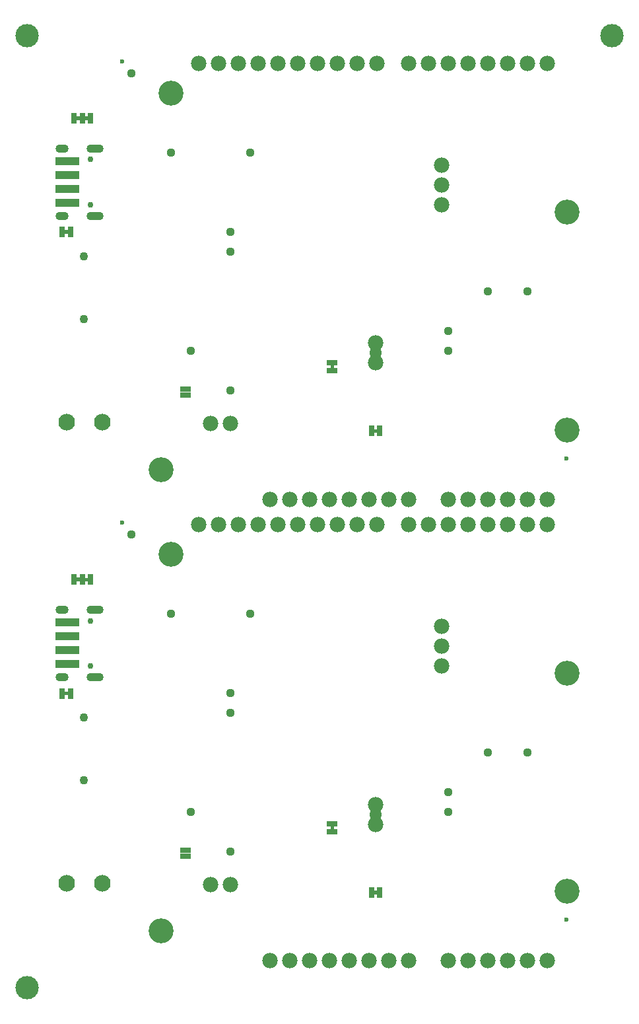
<source format=gbs>
%TF.GenerationSoftware,KiCad,Pcbnew,8.0.6*%
%TF.CreationDate,2024-12-20T13:40:35-07:00*%
%TF.ProjectId,SparkFun_IoT_RedBoard-RP2350_panelized,53706172-6b46-4756-9e5f-496f545f5265,v01*%
%TF.SameCoordinates,Original*%
%TF.FileFunction,Soldermask,Bot*%
%TF.FilePolarity,Negative*%
%FSLAX46Y46*%
G04 Gerber Fmt 4.6, Leading zero omitted, Abs format (unit mm)*
G04 Created by KiCad (PCBNEW 8.0.6) date 2024-12-20 13:40:35*
%MOMM*%
%LPD*%
G01*
G04 APERTURE LIST*
G04 Aperture macros list*
%AMRoundRect*
0 Rectangle with rounded corners*
0 $1 Rounding radius*
0 $2 $3 $4 $5 $6 $7 $8 $9 X,Y pos of 4 corners*
0 Add a 4 corners polygon primitive as box body*
4,1,4,$2,$3,$4,$5,$6,$7,$8,$9,$2,$3,0*
0 Add four circle primitives for the rounded corners*
1,1,$1+$1,$2,$3*
1,1,$1+$1,$4,$5*
1,1,$1+$1,$6,$7*
1,1,$1+$1,$8,$9*
0 Add four rect primitives between the rounded corners*
20,1,$1+$1,$2,$3,$4,$5,0*
20,1,$1+$1,$4,$5,$6,$7,0*
20,1,$1+$1,$6,$7,$8,$9,0*
20,1,$1+$1,$8,$9,$2,$3,0*%
G04 Aperture macros list end*
%ADD10C,0.000000*%
%ADD11C,3.000000*%
%ADD12RoundRect,0.558000X0.000010X-0.000010X0.000010X0.000010X-0.000010X0.000010X-0.000010X-0.000010X0*%
%ADD13RoundRect,0.558000X0.000010X0.000010X-0.000010X0.000010X-0.000010X-0.000010X0.000010X-0.000010X0*%
%ADD14RoundRect,0.050000X0.330200X0.635000X-0.330200X0.635000X-0.330200X-0.635000X0.330200X-0.635000X0*%
%ADD15RoundRect,0.050000X0.635000X-0.317500X0.635000X0.317500X-0.635000X0.317500X-0.635000X-0.317500X0*%
%ADD16C,1.979600*%
%ADD17RoundRect,0.050000X-0.635000X0.317500X-0.635000X-0.317500X0.635000X-0.317500X0.635000X0.317500X0*%
%ADD18RoundRect,0.050000X-0.330200X-0.635000X0.330200X-0.635000X0.330200X0.635000X-0.330200X0.635000X0*%
%ADD19RoundRect,0.050000X0.635000X-0.330200X0.635000X0.330200X-0.635000X0.330200X-0.635000X-0.330200X0*%
%ADD20RoundRect,0.050000X1.500000X0.450000X-1.500000X0.450000X-1.500000X-0.450000X1.500000X-0.450000X0*%
%ADD21C,0.600000*%
%ADD22C,3.200000*%
%ADD23C,0.750000*%
%ADD24O,1.700000X1.100000*%
%ADD25O,2.200000X1.100000*%
%ADD26C,2.132000*%
%ADD27C,1.100000*%
G04 APERTURE END LIST*
D10*
%TO.C,JP6*%
G36*
X41754000Y68879500D02*
G01*
X41246000Y68879500D01*
X41246000Y69360500D01*
X41754000Y69360500D01*
X41754000Y68879500D01*
G37*
%TO.C,JP4*%
G36*
X42223900Y78866000D02*
G01*
X40776100Y78866000D01*
X40776100Y79374000D01*
X42223900Y79374000D01*
X42223900Y78866000D01*
G37*
%TO.C,JP3*%
G36*
X3603300Y108979500D02*
G01*
X3095300Y108979500D01*
X3095300Y109460500D01*
X3603300Y109460500D01*
X3603300Y108979500D01*
G37*
G36*
X4636000Y108956500D02*
G01*
X4128000Y108956500D01*
X4128000Y109437500D01*
X4636000Y109437500D01*
X4636000Y108956500D01*
G37*
%TO.C,JP5*%
G36*
X36190500Y77116000D02*
G01*
X35709500Y77116000D01*
X35709500Y77624000D01*
X36190500Y77624000D01*
X36190500Y77116000D01*
G37*
%TO.C,JP1*%
G36*
X2104000Y94379500D02*
G01*
X1596000Y94379500D01*
X1596000Y94860500D01*
X2104000Y94860500D01*
X2104000Y94379500D01*
G37*
G36*
X2104000Y35259500D02*
G01*
X1596000Y35259500D01*
X1596000Y35740500D01*
X2104000Y35740500D01*
X2104000Y35259500D01*
G37*
%TO.C,JP5*%
G36*
X36190500Y17996000D02*
G01*
X35709500Y17996000D01*
X35709500Y18504000D01*
X36190500Y18504000D01*
X36190500Y17996000D01*
G37*
%TO.C,JP3*%
G36*
X3603300Y49859500D02*
G01*
X3095300Y49859500D01*
X3095300Y50340500D01*
X3603300Y50340500D01*
X3603300Y49859500D01*
G37*
G36*
X4636000Y49836500D02*
G01*
X4128000Y49836500D01*
X4128000Y50317500D01*
X4636000Y50317500D01*
X4636000Y49836500D01*
G37*
%TO.C,JP4*%
G36*
X42223900Y19746000D02*
G01*
X40776100Y19746000D01*
X40776100Y20254000D01*
X42223900Y20254000D01*
X42223900Y19746000D01*
G37*
%TO.C,JP6*%
G36*
X41754000Y9759500D02*
G01*
X41246000Y9759500D01*
X41246000Y10240500D01*
X41754000Y10240500D01*
X41754000Y9759500D01*
G37*
%TD*%
D11*
%TO.C,*%
X71820000Y119767500D03*
%TD*%
%TO.C,*%
X-3220000Y119767500D03*
%TD*%
%TO.C,*%
X-3220000Y-2247500D03*
%TD*%
D12*
%TO.C,TP7*%
X22860000Y94680000D03*
%TD*%
D13*
%TO.C,TP8*%
X22860000Y74360000D03*
%TD*%
D14*
%TO.C,JP6*%
X42020700Y69120000D03*
X40979300Y69120000D03*
%TD*%
D15*
%TO.C,JP2*%
X17100000Y73713600D03*
X17100000Y74526400D03*
%TD*%
D16*
%TO.C,JP4*%
X41500000Y80390000D03*
D17*
X41500000Y79628000D03*
X41500000Y78612000D03*
D16*
X41500000Y77850000D03*
%TD*%
D13*
%TO.C,TP2*%
X50800000Y79440000D03*
%TD*%
D18*
%TO.C,JP3*%
X2828600Y109220000D03*
X3870000Y109220000D03*
D14*
X4911400Y109220000D03*
%TD*%
D19*
%TO.C,JP5*%
X35950000Y76849300D03*
X35950000Y77890700D03*
%TD*%
D20*
%TO.C,J5*%
X2000000Y103697000D03*
X2000000Y101919000D03*
X2000000Y100141000D03*
X2000000Y98363000D03*
%TD*%
D12*
%TO.C,TP9*%
X25400000Y104840000D03*
%TD*%
D13*
%TO.C,TP4*%
X60960000Y87060000D03*
%TD*%
D12*
%TO.C,TP6*%
X22860000Y92140000D03*
%TD*%
D13*
%TO.C,TP5*%
X55880000Y87060000D03*
%TD*%
%TO.C,TP1*%
X17780000Y79440000D03*
%TD*%
D12*
%TO.C,TP11*%
X15240000Y104840000D03*
%TD*%
D18*
%TO.C,JP1*%
X1329300Y94620000D03*
X2370700Y94620000D03*
%TD*%
D13*
%TO.C,TP3*%
X50800000Y81980000D03*
%TD*%
D21*
%TO.C,FID2*%
X66000000Y65620000D03*
%TD*%
D13*
%TO.C,TP10*%
X10160000Y115000000D03*
%TD*%
D21*
%TO.C,FID3*%
X9000000Y116520000D03*
%TD*%
D22*
%TO.C,ST2*%
X13980000Y64190000D03*
%TD*%
D23*
%TO.C,J4*%
X4961250Y103920000D03*
X4961250Y98140000D03*
D24*
X1311250Y105348000D03*
D25*
X5491250Y105348000D03*
X5491250Y96712000D03*
D24*
X1311250Y96712000D03*
%TD*%
D16*
%TO.C,J6*%
X20330000Y70120000D03*
X22870000Y70120000D03*
%TD*%
D26*
%TO.C,J3*%
X1905000Y70296000D03*
X6477000Y70296000D03*
%TD*%
D22*
%TO.C,ST1*%
X15250000Y112460000D03*
%TD*%
%TO.C,ST3*%
X66050000Y97210000D03*
%TD*%
D27*
%TO.C,J14*%
X4100000Y91502000D03*
X4100000Y83502000D03*
%TD*%
D22*
%TO.C,ST4*%
X66050000Y69270000D03*
%TD*%
D16*
%TO.C,J10*%
X50000000Y98120000D03*
X50000000Y100660000D03*
X50000000Y103200000D03*
%TD*%
%TO.C,H1*%
X35570000Y60380000D03*
X38110000Y60380000D03*
X63510000Y60380000D03*
X60970000Y60380000D03*
X58430000Y60380000D03*
X55890000Y60380000D03*
X53350000Y60380000D03*
X50810000Y60380000D03*
X23886000Y116260000D03*
X63510000Y116260000D03*
X60970000Y116260000D03*
X58430000Y116260000D03*
X55890000Y116260000D03*
X53350000Y116260000D03*
X50810000Y116260000D03*
X48270000Y116260000D03*
X45730000Y116260000D03*
X41666000Y116260000D03*
X39126000Y116260000D03*
X36586000Y116260000D03*
X34046000Y116260000D03*
X31506000Y116260000D03*
X28966000Y116260000D03*
X21346000Y116260000D03*
X18806000Y116260000D03*
X26426000Y116260000D03*
X40650000Y60380000D03*
X43190000Y60380000D03*
X30490000Y60380000D03*
X27950000Y60380000D03*
X45730000Y60380000D03*
X33030000Y60380000D03*
%TD*%
%TO.C,H1*%
X35570000Y1260000D03*
X38110000Y1260000D03*
X63510000Y1260000D03*
X60970000Y1260000D03*
X58430000Y1260000D03*
X55890000Y1260000D03*
X53350000Y1260000D03*
X50810000Y1260000D03*
X23886000Y57140000D03*
X63510000Y57140000D03*
X60970000Y57140000D03*
X58430000Y57140000D03*
X55890000Y57140000D03*
X53350000Y57140000D03*
X50810000Y57140000D03*
X48270000Y57140000D03*
X45730000Y57140000D03*
X41666000Y57140000D03*
X39126000Y57140000D03*
X36586000Y57140000D03*
X34046000Y57140000D03*
X31506000Y57140000D03*
X28966000Y57140000D03*
X21346000Y57140000D03*
X18806000Y57140000D03*
X26426000Y57140000D03*
X40650000Y1260000D03*
X43190000Y1260000D03*
X30490000Y1260000D03*
X27950000Y1260000D03*
X45730000Y1260000D03*
X33030000Y1260000D03*
%TD*%
%TO.C,J10*%
X50000000Y39000000D03*
X50000000Y41540000D03*
X50000000Y44080000D03*
%TD*%
D22*
%TO.C,ST4*%
X66050000Y10150000D03*
%TD*%
D27*
%TO.C,J14*%
X4100000Y32382000D03*
X4100000Y24382000D03*
%TD*%
D22*
%TO.C,ST3*%
X66050000Y38090000D03*
%TD*%
%TO.C,ST1*%
X15250000Y53340000D03*
%TD*%
D26*
%TO.C,J3*%
X1905000Y11176000D03*
X6477000Y11176000D03*
%TD*%
D16*
%TO.C,J6*%
X20330000Y11000000D03*
X22870000Y11000000D03*
%TD*%
D23*
%TO.C,J4*%
X4961250Y44800000D03*
X4961250Y39020000D03*
D24*
X1311250Y46228000D03*
D25*
X5491250Y46228000D03*
X5491250Y37592000D03*
D24*
X1311250Y37592000D03*
%TD*%
D22*
%TO.C,ST2*%
X13980000Y5070000D03*
%TD*%
D21*
%TO.C,FID3*%
X9000000Y57400000D03*
%TD*%
D13*
%TO.C,TP10*%
X10160000Y55880000D03*
%TD*%
D21*
%TO.C,FID2*%
X66000000Y6500000D03*
%TD*%
D13*
%TO.C,TP3*%
X50800000Y22860000D03*
%TD*%
D18*
%TO.C,JP1*%
X1329300Y35500000D03*
X2370700Y35500000D03*
%TD*%
D12*
%TO.C,TP11*%
X15240000Y45720000D03*
%TD*%
D13*
%TO.C,TP1*%
X17780000Y20320000D03*
%TD*%
%TO.C,TP5*%
X55880000Y27940000D03*
%TD*%
D12*
%TO.C,TP6*%
X22860000Y33020000D03*
%TD*%
D13*
%TO.C,TP4*%
X60960000Y27940000D03*
%TD*%
D12*
%TO.C,TP9*%
X25400000Y45720000D03*
%TD*%
D20*
%TO.C,J5*%
X2000000Y44577000D03*
X2000000Y42799000D03*
X2000000Y41021000D03*
X2000000Y39243000D03*
%TD*%
D19*
%TO.C,JP5*%
X35950000Y17729300D03*
X35950000Y18770700D03*
%TD*%
D18*
%TO.C,JP3*%
X2828600Y50100000D03*
X3870000Y50100000D03*
D14*
X4911400Y50100000D03*
%TD*%
D13*
%TO.C,TP2*%
X50800000Y20320000D03*
%TD*%
D16*
%TO.C,JP4*%
X41500000Y21270000D03*
D17*
X41500000Y20508000D03*
X41500000Y19492000D03*
D16*
X41500000Y18730000D03*
%TD*%
D15*
%TO.C,JP2*%
X17100000Y14593600D03*
X17100000Y15406400D03*
%TD*%
D14*
%TO.C,JP6*%
X42020700Y10000000D03*
X40979300Y10000000D03*
%TD*%
D13*
%TO.C,TP8*%
X22860000Y15240000D03*
%TD*%
D12*
%TO.C,TP7*%
X22860000Y35560000D03*
%TD*%
M02*

</source>
